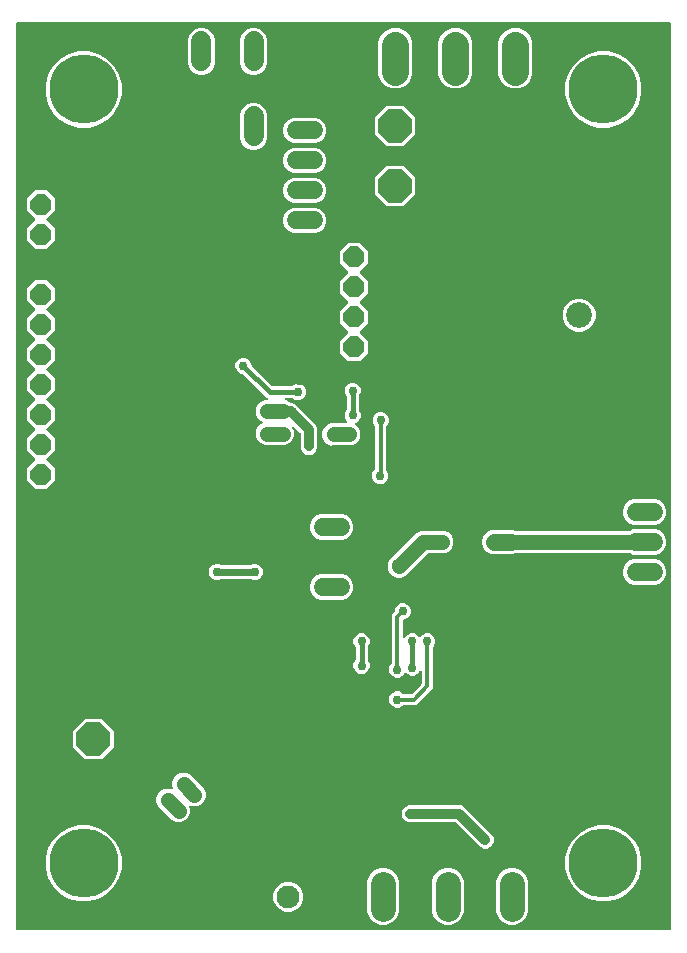
<source format=gbr>
G04 EAGLE Gerber X2 export*
%TF.Part,Single*%
%TF.FileFunction,Copper,L2,Bot,Mixed*%
%TF.FilePolarity,Positive*%
%TF.GenerationSoftware,Autodesk,EAGLE,8.6.3*%
%TF.CreationDate,2019-07-12T15:56:27Z*%
G75*
%MOMM*%
%FSLAX34Y34*%
%LPD*%
%AMOC8*
5,1,8,0,0,1.08239X$1,22.5*%
G01*
%ADD10P,3.030692X8X22.500000*%
%ADD11C,2.247900*%
%ADD12C,2.184400*%
%ADD13P,2.364373X8X292.500000*%
%ADD14P,2.089446X8X112.500000*%
%ADD15C,1.930400*%
%ADD16C,1.308000*%
%ADD17C,1.422400*%
%ADD18C,1.524000*%
%ADD19C,2.095500*%
%ADD20C,1.676400*%
%ADD21P,1.924489X8X202.500000*%
%ADD22C,5.842000*%
%ADD23C,0.756400*%
%ADD24C,0.406400*%
%ADD25C,0.609600*%
%ADD26C,1.270000*%
%ADD27C,1.300000*%
%ADD28C,0.304800*%
%ADD29C,0.812800*%

G36*
X555994Y3057D02*
X555994Y3057D01*
X556052Y3055D01*
X556134Y3077D01*
X556218Y3089D01*
X556271Y3112D01*
X556327Y3127D01*
X556400Y3170D01*
X556477Y3205D01*
X556522Y3243D01*
X556572Y3272D01*
X556630Y3334D01*
X556694Y3388D01*
X556726Y3437D01*
X556766Y3480D01*
X556805Y3555D01*
X556852Y3625D01*
X556869Y3681D01*
X556896Y3733D01*
X556907Y3801D01*
X556937Y3896D01*
X556940Y3996D01*
X556951Y4064D01*
X556951Y770936D01*
X556943Y770994D01*
X556945Y771052D01*
X556923Y771134D01*
X556911Y771218D01*
X556888Y771271D01*
X556873Y771327D01*
X556830Y771400D01*
X556795Y771477D01*
X556757Y771522D01*
X556728Y771572D01*
X556666Y771630D01*
X556612Y771694D01*
X556563Y771726D01*
X556520Y771766D01*
X556445Y771805D01*
X556375Y771852D01*
X556319Y771869D01*
X556267Y771896D01*
X556199Y771907D01*
X556104Y771937D01*
X556004Y771940D01*
X555936Y771951D01*
X4064Y771951D01*
X4006Y771943D01*
X3948Y771945D01*
X3866Y771923D01*
X3782Y771911D01*
X3729Y771888D01*
X3673Y771873D01*
X3600Y771830D01*
X3523Y771795D01*
X3478Y771757D01*
X3428Y771728D01*
X3370Y771666D01*
X3306Y771612D01*
X3274Y771563D01*
X3234Y771520D01*
X3195Y771445D01*
X3148Y771375D01*
X3131Y771319D01*
X3104Y771267D01*
X3093Y771199D01*
X3063Y771104D01*
X3060Y771004D01*
X3049Y770936D01*
X3049Y4064D01*
X3057Y4006D01*
X3055Y3948D01*
X3077Y3866D01*
X3089Y3782D01*
X3112Y3729D01*
X3127Y3673D01*
X3170Y3600D01*
X3205Y3523D01*
X3243Y3478D01*
X3272Y3428D01*
X3334Y3370D01*
X3388Y3306D01*
X3437Y3274D01*
X3480Y3234D01*
X3555Y3195D01*
X3625Y3148D01*
X3681Y3131D01*
X3733Y3104D01*
X3801Y3093D01*
X3896Y3063D01*
X3996Y3060D01*
X4064Y3049D01*
X555936Y3049D01*
X555994Y3057D01*
G37*
%LPC*%
G36*
X18867Y376999D02*
X18867Y376999D01*
X11874Y383992D01*
X11874Y393883D01*
X18911Y400920D01*
X18946Y400966D01*
X18988Y401007D01*
X19031Y401079D01*
X19082Y401147D01*
X19102Y401201D01*
X19132Y401252D01*
X19153Y401334D01*
X19183Y401412D01*
X19188Y401471D01*
X19202Y401527D01*
X19199Y401612D01*
X19206Y401696D01*
X19195Y401753D01*
X19193Y401812D01*
X19167Y401892D01*
X19151Y401974D01*
X19124Y402026D01*
X19106Y402082D01*
X19065Y402138D01*
X19020Y402227D01*
X18951Y402299D01*
X18911Y402355D01*
X11874Y409392D01*
X11874Y419283D01*
X18911Y426320D01*
X18946Y426366D01*
X18988Y426407D01*
X19031Y426479D01*
X19082Y426547D01*
X19102Y426601D01*
X19132Y426652D01*
X19153Y426734D01*
X19183Y426812D01*
X19188Y426871D01*
X19202Y426927D01*
X19199Y427012D01*
X19206Y427096D01*
X19195Y427153D01*
X19193Y427212D01*
X19167Y427292D01*
X19151Y427374D01*
X19124Y427426D01*
X19106Y427482D01*
X19065Y427538D01*
X19020Y427627D01*
X18951Y427699D01*
X18911Y427755D01*
X11874Y434792D01*
X11874Y444683D01*
X18911Y451720D01*
X18946Y451766D01*
X18988Y451807D01*
X19031Y451879D01*
X19082Y451947D01*
X19102Y452001D01*
X19132Y452052D01*
X19153Y452134D01*
X19183Y452212D01*
X19188Y452271D01*
X19202Y452327D01*
X19199Y452412D01*
X19206Y452496D01*
X19195Y452553D01*
X19193Y452612D01*
X19167Y452692D01*
X19151Y452774D01*
X19124Y452826D01*
X19106Y452882D01*
X19065Y452938D01*
X19020Y453027D01*
X18951Y453099D01*
X18911Y453155D01*
X11874Y460192D01*
X11874Y470083D01*
X18911Y477120D01*
X18946Y477166D01*
X18988Y477207D01*
X19031Y477279D01*
X19082Y477347D01*
X19102Y477401D01*
X19132Y477452D01*
X19153Y477534D01*
X19183Y477612D01*
X19188Y477671D01*
X19202Y477727D01*
X19199Y477812D01*
X19206Y477896D01*
X19195Y477953D01*
X19193Y478012D01*
X19167Y478092D01*
X19151Y478174D01*
X19124Y478226D01*
X19106Y478282D01*
X19065Y478338D01*
X19020Y478427D01*
X18951Y478499D01*
X18911Y478555D01*
X11874Y485592D01*
X11874Y495483D01*
X18911Y502520D01*
X18946Y502566D01*
X18988Y502607D01*
X19031Y502679D01*
X19082Y502747D01*
X19102Y502801D01*
X19132Y502852D01*
X19153Y502934D01*
X19183Y503012D01*
X19188Y503071D01*
X19202Y503127D01*
X19199Y503212D01*
X19206Y503296D01*
X19195Y503353D01*
X19193Y503412D01*
X19167Y503492D01*
X19151Y503574D01*
X19124Y503626D01*
X19106Y503682D01*
X19065Y503738D01*
X19020Y503827D01*
X18951Y503899D01*
X18911Y503955D01*
X11874Y510992D01*
X11874Y520883D01*
X18911Y527920D01*
X18946Y527966D01*
X18988Y528007D01*
X19031Y528079D01*
X19082Y528147D01*
X19102Y528201D01*
X19132Y528252D01*
X19153Y528334D01*
X19183Y528412D01*
X19188Y528471D01*
X19202Y528527D01*
X19199Y528612D01*
X19206Y528696D01*
X19195Y528753D01*
X19193Y528812D01*
X19167Y528892D01*
X19151Y528974D01*
X19124Y529026D01*
X19106Y529082D01*
X19065Y529138D01*
X19020Y529227D01*
X18951Y529299D01*
X18911Y529355D01*
X11874Y536392D01*
X11874Y546283D01*
X18867Y553276D01*
X28758Y553276D01*
X35751Y546283D01*
X35751Y536392D01*
X28714Y529355D01*
X28679Y529309D01*
X28637Y529268D01*
X28594Y529195D01*
X28543Y529128D01*
X28523Y529074D01*
X28493Y529023D01*
X28472Y528941D01*
X28442Y528863D01*
X28437Y528804D01*
X28423Y528748D01*
X28426Y528663D01*
X28419Y528579D01*
X28430Y528522D01*
X28432Y528463D01*
X28458Y528383D01*
X28474Y528300D01*
X28501Y528249D01*
X28519Y528193D01*
X28560Y528137D01*
X28605Y528048D01*
X28674Y527976D01*
X28714Y527920D01*
X35751Y520883D01*
X35751Y510992D01*
X28714Y503955D01*
X28679Y503909D01*
X28637Y503868D01*
X28594Y503795D01*
X28543Y503728D01*
X28523Y503674D01*
X28493Y503623D01*
X28472Y503541D01*
X28442Y503463D01*
X28437Y503404D01*
X28423Y503348D01*
X28426Y503263D01*
X28419Y503179D01*
X28430Y503122D01*
X28432Y503063D01*
X28458Y502983D01*
X28474Y502900D01*
X28501Y502849D01*
X28519Y502793D01*
X28560Y502737D01*
X28605Y502648D01*
X28674Y502576D01*
X28714Y502520D01*
X35751Y495483D01*
X35751Y485592D01*
X28714Y478555D01*
X28679Y478509D01*
X28637Y478468D01*
X28594Y478395D01*
X28543Y478328D01*
X28523Y478274D01*
X28493Y478223D01*
X28472Y478141D01*
X28442Y478063D01*
X28437Y478004D01*
X28423Y477948D01*
X28426Y477863D01*
X28419Y477779D01*
X28430Y477722D01*
X28432Y477663D01*
X28458Y477583D01*
X28474Y477500D01*
X28501Y477449D01*
X28519Y477393D01*
X28560Y477337D01*
X28605Y477248D01*
X28674Y477176D01*
X28714Y477120D01*
X35751Y470083D01*
X35751Y460192D01*
X28714Y453155D01*
X28679Y453109D01*
X28637Y453068D01*
X28594Y452995D01*
X28543Y452928D01*
X28523Y452874D01*
X28493Y452823D01*
X28472Y452741D01*
X28442Y452663D01*
X28437Y452604D01*
X28423Y452548D01*
X28426Y452463D01*
X28419Y452379D01*
X28430Y452322D01*
X28432Y452263D01*
X28458Y452183D01*
X28474Y452100D01*
X28501Y452049D01*
X28519Y451993D01*
X28560Y451937D01*
X28605Y451848D01*
X28674Y451776D01*
X28714Y451720D01*
X35751Y444683D01*
X35751Y434792D01*
X28714Y427755D01*
X28679Y427709D01*
X28637Y427668D01*
X28594Y427595D01*
X28543Y427528D01*
X28523Y427474D01*
X28493Y427423D01*
X28472Y427341D01*
X28442Y427263D01*
X28437Y427204D01*
X28423Y427148D01*
X28426Y427063D01*
X28419Y426979D01*
X28430Y426922D01*
X28432Y426863D01*
X28458Y426783D01*
X28474Y426700D01*
X28501Y426649D01*
X28519Y426593D01*
X28560Y426537D01*
X28605Y426448D01*
X28674Y426376D01*
X28714Y426320D01*
X35751Y419283D01*
X35751Y409392D01*
X28714Y402355D01*
X28679Y402309D01*
X28637Y402268D01*
X28594Y402195D01*
X28543Y402128D01*
X28523Y402074D01*
X28493Y402023D01*
X28472Y401941D01*
X28442Y401863D01*
X28437Y401804D01*
X28423Y401748D01*
X28426Y401663D01*
X28419Y401579D01*
X28430Y401522D01*
X28432Y401463D01*
X28458Y401383D01*
X28474Y401300D01*
X28501Y401249D01*
X28519Y401193D01*
X28560Y401137D01*
X28605Y401048D01*
X28674Y400976D01*
X28714Y400920D01*
X35751Y393883D01*
X35751Y383992D01*
X28758Y376999D01*
X18867Y376999D01*
G37*
%LPD*%
%LPC*%
G36*
X55753Y27741D02*
X55753Y27741D01*
X47549Y29940D01*
X40193Y34187D01*
X34187Y40193D01*
X29940Y47549D01*
X27741Y55753D01*
X27741Y64247D01*
X29940Y72451D01*
X34187Y79807D01*
X40193Y85813D01*
X47549Y90060D01*
X55753Y92259D01*
X64247Y92259D01*
X72451Y90060D01*
X79807Y85813D01*
X85813Y79807D01*
X90060Y72451D01*
X92259Y64247D01*
X92259Y55753D01*
X90060Y47549D01*
X85813Y40193D01*
X79807Y34187D01*
X72451Y29940D01*
X64247Y27741D01*
X55753Y27741D01*
G37*
%LPD*%
%LPC*%
G36*
X495753Y27741D02*
X495753Y27741D01*
X487549Y29940D01*
X480193Y34187D01*
X474187Y40193D01*
X469940Y47549D01*
X467741Y55753D01*
X467741Y64247D01*
X469940Y72451D01*
X474187Y79807D01*
X480193Y85813D01*
X487549Y90060D01*
X495753Y92259D01*
X504247Y92259D01*
X512451Y90060D01*
X519807Y85813D01*
X525813Y79807D01*
X530060Y72451D01*
X532259Y64247D01*
X532259Y55753D01*
X530060Y47549D01*
X525813Y40193D01*
X519807Y34187D01*
X512451Y29940D01*
X504247Y27741D01*
X495753Y27741D01*
G37*
%LPD*%
%LPC*%
G36*
X495753Y682741D02*
X495753Y682741D01*
X487549Y684940D01*
X480193Y689187D01*
X474187Y695193D01*
X469940Y702549D01*
X467741Y710753D01*
X467741Y719247D01*
X469940Y727451D01*
X474187Y734807D01*
X480193Y740813D01*
X487549Y745060D01*
X495753Y747259D01*
X504247Y747259D01*
X512451Y745060D01*
X519807Y740813D01*
X525813Y734807D01*
X530060Y727451D01*
X532259Y719247D01*
X532259Y710753D01*
X530060Y702549D01*
X525813Y695193D01*
X519807Y689187D01*
X512451Y684940D01*
X504247Y682741D01*
X495753Y682741D01*
G37*
%LPD*%
%LPC*%
G36*
X55753Y682741D02*
X55753Y682741D01*
X47549Y684940D01*
X40193Y689187D01*
X34187Y695193D01*
X29940Y702549D01*
X27741Y710753D01*
X27741Y719247D01*
X29940Y727451D01*
X34187Y734807D01*
X40193Y740813D01*
X47549Y745060D01*
X55753Y747259D01*
X64247Y747259D01*
X72451Y745060D01*
X79807Y740813D01*
X85813Y734807D01*
X90060Y727451D01*
X92259Y719247D01*
X92259Y710753D01*
X90060Y702549D01*
X85813Y695193D01*
X79807Y689187D01*
X72451Y684940D01*
X64247Y682741D01*
X55753Y682741D01*
G37*
%LPD*%
%LPC*%
G36*
X525245Y321119D02*
X525245Y321119D01*
X522366Y322311D01*
X522336Y322319D01*
X522308Y322333D01*
X522231Y322346D01*
X522091Y322382D01*
X522026Y322381D01*
X521977Y322389D01*
X425512Y322389D01*
X425482Y322384D01*
X425451Y322387D01*
X425374Y322369D01*
X425231Y322349D01*
X425172Y322323D01*
X425124Y322311D01*
X423471Y321627D01*
X405204Y321627D01*
X401470Y323174D01*
X398612Y326032D01*
X397065Y329766D01*
X397065Y333809D01*
X398612Y337543D01*
X401470Y340401D01*
X405204Y341948D01*
X423471Y341948D01*
X425124Y341264D01*
X425154Y341256D01*
X425181Y341242D01*
X425259Y341229D01*
X425399Y341193D01*
X425463Y341194D01*
X425512Y341186D01*
X521977Y341186D01*
X522008Y341191D01*
X522039Y341188D01*
X522115Y341206D01*
X522259Y341226D01*
X522318Y341252D01*
X522366Y341264D01*
X525245Y342456D01*
X544730Y342456D01*
X548651Y340832D01*
X551652Y337831D01*
X553276Y333910D01*
X553276Y329665D01*
X551652Y325744D01*
X548651Y322743D01*
X544730Y321119D01*
X525245Y321119D01*
G37*
%LPD*%
%LPC*%
G36*
X249410Y405637D02*
X249410Y405637D01*
X246796Y406720D01*
X244795Y408721D01*
X243712Y411335D01*
X243712Y423671D01*
X243700Y423757D01*
X243697Y423845D01*
X243680Y423897D01*
X243672Y423952D01*
X243637Y424032D01*
X243610Y424115D01*
X243582Y424155D01*
X243556Y424212D01*
X243460Y424325D01*
X243415Y424389D01*
X238445Y429358D01*
X238377Y429410D01*
X238314Y429469D01*
X238263Y429495D01*
X238218Y429529D01*
X238138Y429560D01*
X238061Y429599D01*
X238006Y429610D01*
X237952Y429631D01*
X237867Y429638D01*
X237782Y429654D01*
X237726Y429649D01*
X237669Y429654D01*
X237585Y429637D01*
X237499Y429630D01*
X237446Y429609D01*
X237390Y429598D01*
X237314Y429559D01*
X237234Y429528D01*
X237188Y429493D01*
X237138Y429467D01*
X237076Y429408D01*
X237007Y429356D01*
X236973Y429311D01*
X236932Y429271D01*
X236888Y429197D01*
X236837Y429128D01*
X236817Y429075D01*
X236788Y429026D01*
X236767Y428943D01*
X236737Y428862D01*
X236732Y428806D01*
X236718Y428751D01*
X236721Y428665D01*
X236714Y428579D01*
X236725Y428531D01*
X236727Y428466D01*
X236772Y428329D01*
X236789Y428252D01*
X237982Y425373D01*
X237982Y421558D01*
X236522Y418034D01*
X233825Y415337D01*
X230300Y413877D01*
X213406Y413877D01*
X209881Y415337D01*
X207184Y418034D01*
X205724Y421558D01*
X205724Y425373D01*
X207184Y428897D01*
X209881Y431595D01*
X210987Y432053D01*
X211013Y432068D01*
X211041Y432076D01*
X211135Y432140D01*
X211232Y432197D01*
X211252Y432218D01*
X211277Y432235D01*
X211350Y432322D01*
X211427Y432404D01*
X211441Y432430D01*
X211460Y432452D01*
X211506Y432556D01*
X211558Y432657D01*
X211563Y432685D01*
X211575Y432712D01*
X211591Y432824D01*
X211613Y432935D01*
X211610Y432965D01*
X211614Y432994D01*
X211598Y433106D01*
X211588Y433219D01*
X211578Y433246D01*
X211574Y433275D01*
X211527Y433378D01*
X211486Y433484D01*
X211469Y433508D01*
X211456Y433534D01*
X211383Y433620D01*
X211315Y433711D01*
X211291Y433728D01*
X211272Y433751D01*
X211206Y433792D01*
X211087Y433881D01*
X211028Y433903D01*
X210987Y433929D01*
X209882Y434387D01*
X207184Y437084D01*
X205724Y440608D01*
X205724Y444423D01*
X207184Y447947D01*
X209881Y450645D01*
X213406Y452104D01*
X215241Y452104D01*
X215327Y452116D01*
X215412Y452119D01*
X215467Y452136D01*
X215523Y452144D01*
X215601Y452179D01*
X215683Y452205D01*
X215731Y452237D01*
X215782Y452260D01*
X215848Y452316D01*
X215919Y452364D01*
X215956Y452407D01*
X215999Y452444D01*
X216047Y452516D01*
X216102Y452581D01*
X216125Y452633D01*
X216157Y452681D01*
X216183Y452763D01*
X216218Y452841D01*
X216226Y452897D01*
X216243Y452952D01*
X216245Y453038D01*
X216257Y453123D01*
X216249Y453179D01*
X216250Y453236D01*
X216228Y453319D01*
X216216Y453404D01*
X216193Y453456D01*
X216178Y453511D01*
X216134Y453585D01*
X216099Y453663D01*
X216062Y453706D01*
X216033Y453755D01*
X215970Y453814D01*
X215915Y453880D01*
X215873Y453906D01*
X215826Y453950D01*
X215697Y454016D01*
X215630Y454058D01*
X214609Y454480D01*
X195205Y473884D01*
X195136Y473937D01*
X195072Y473997D01*
X195022Y474022D01*
X194978Y474055D01*
X194896Y474086D01*
X194819Y474126D01*
X194771Y474134D01*
X194712Y474157D01*
X194565Y474169D01*
X194487Y474182D01*
X193904Y474182D01*
X191393Y475222D01*
X189472Y477143D01*
X188432Y479654D01*
X188432Y482371D01*
X189472Y484882D01*
X191393Y486803D01*
X193904Y487843D01*
X196621Y487843D01*
X199132Y486803D01*
X201053Y484882D01*
X202093Y482371D01*
X202093Y481788D01*
X202105Y481701D01*
X202108Y481614D01*
X202125Y481561D01*
X202133Y481506D01*
X202169Y481426D01*
X202196Y481343D01*
X202224Y481304D01*
X202249Y481247D01*
X202345Y481133D01*
X202391Y481070D01*
X219295Y464166D01*
X219364Y464113D01*
X219428Y464053D01*
X219478Y464028D01*
X219522Y463995D01*
X219604Y463964D01*
X219681Y463924D01*
X219729Y463916D01*
X219788Y463893D01*
X219935Y463881D01*
X220013Y463868D01*
X236300Y463868D01*
X236387Y463880D01*
X236474Y463883D01*
X236527Y463900D01*
X236582Y463908D01*
X236661Y463944D01*
X236745Y463971D01*
X236784Y463999D01*
X236841Y464024D01*
X236954Y464120D01*
X237018Y464166D01*
X237431Y464578D01*
X239941Y465618D01*
X242659Y465618D01*
X245169Y464578D01*
X247091Y462657D01*
X248131Y460146D01*
X248131Y457429D01*
X247091Y454918D01*
X245169Y452997D01*
X242659Y451957D01*
X239941Y451957D01*
X237431Y452997D01*
X237018Y453409D01*
X236948Y453462D01*
X236884Y453522D01*
X236835Y453547D01*
X236791Y453580D01*
X236709Y453611D01*
X236631Y453651D01*
X236584Y453659D01*
X236525Y453682D01*
X236377Y453694D01*
X236300Y453707D01*
X231536Y453707D01*
X231451Y453695D01*
X231365Y453692D01*
X231311Y453675D01*
X231254Y453667D01*
X231176Y453632D01*
X231094Y453606D01*
X231047Y453574D01*
X230995Y453551D01*
X230929Y453495D01*
X230858Y453447D01*
X230821Y453404D01*
X230778Y453367D01*
X230730Y453295D01*
X230675Y453230D01*
X230652Y453178D01*
X230620Y453130D01*
X230594Y453048D01*
X230560Y452970D01*
X230552Y452914D01*
X230535Y452859D01*
X230532Y452773D01*
X230521Y452688D01*
X230529Y452632D01*
X230527Y452575D01*
X230549Y452492D01*
X230561Y452407D01*
X230585Y452355D01*
X230599Y452300D01*
X230643Y452226D01*
X230678Y452148D01*
X230715Y452105D01*
X230744Y452056D01*
X230807Y451997D01*
X230863Y451932D01*
X230905Y451905D01*
X230952Y451861D01*
X231081Y451795D01*
X231147Y451754D01*
X233825Y450645D01*
X234544Y449926D01*
X234613Y449873D01*
X234677Y449813D01*
X234727Y449788D01*
X234771Y449755D01*
X234852Y449724D01*
X234930Y449684D01*
X234978Y449676D01*
X235036Y449654D01*
X235184Y449641D01*
X235261Y449628D01*
X236762Y449628D01*
X239376Y448545D01*
X256855Y431067D01*
X257938Y428452D01*
X257938Y411335D01*
X256855Y408721D01*
X254854Y406720D01*
X252240Y405637D01*
X249410Y405637D01*
G37*
%LPD*%
%LPC*%
G36*
X324079Y191607D02*
X324079Y191607D01*
X321568Y192647D01*
X319647Y194568D01*
X318607Y197079D01*
X318607Y199796D01*
X319647Y202307D01*
X321568Y204228D01*
X324079Y205268D01*
X326796Y205268D01*
X329307Y204228D01*
X330228Y203308D01*
X330297Y203255D01*
X330361Y203195D01*
X330411Y203170D01*
X330455Y203137D01*
X330536Y203106D01*
X330614Y203066D01*
X330662Y203058D01*
X330720Y203035D01*
X330868Y203023D01*
X330945Y203010D01*
X337410Y203010D01*
X337497Y203022D01*
X337584Y203025D01*
X337637Y203042D01*
X337692Y203050D01*
X337772Y203086D01*
X337855Y203113D01*
X337894Y203141D01*
X337951Y203166D01*
X338065Y203262D01*
X338128Y203308D01*
X345967Y211147D01*
X346020Y211217D01*
X346080Y211280D01*
X346105Y211330D01*
X346138Y211374D01*
X346169Y211456D01*
X346209Y211534D01*
X346217Y211581D01*
X346240Y211640D01*
X346252Y211787D01*
X346265Y211865D01*
X346265Y222092D01*
X346253Y222178D01*
X346250Y222263D01*
X346233Y222318D01*
X346225Y222374D01*
X346190Y222452D01*
X346164Y222534D01*
X346132Y222581D01*
X346109Y222633D01*
X346053Y222699D01*
X346005Y222770D01*
X345962Y222807D01*
X345925Y222850D01*
X345854Y222898D01*
X345788Y222953D01*
X345736Y222976D01*
X345688Y223008D01*
X345606Y223034D01*
X345528Y223069D01*
X345472Y223077D01*
X345417Y223094D01*
X345331Y223096D01*
X345246Y223108D01*
X345190Y223100D01*
X345133Y223101D01*
X345050Y223079D01*
X344965Y223067D01*
X344913Y223044D01*
X344858Y223029D01*
X344784Y222985D01*
X344706Y222950D01*
X344663Y222913D01*
X344614Y222884D01*
X344555Y222821D01*
X344490Y222766D01*
X344463Y222724D01*
X344419Y222677D01*
X344353Y222547D01*
X344312Y222481D01*
X343928Y221556D01*
X342007Y219634D01*
X339496Y218594D01*
X336779Y218594D01*
X334268Y219634D01*
X333095Y220807D01*
X333003Y220876D01*
X332916Y220950D01*
X332890Y220961D01*
X332868Y220978D01*
X332761Y221019D01*
X332656Y221066D01*
X332628Y221069D01*
X332602Y221079D01*
X332488Y221089D01*
X332374Y221105D01*
X332347Y221101D01*
X332319Y221103D01*
X332207Y221080D01*
X332093Y221064D01*
X332068Y221052D01*
X332040Y221047D01*
X331938Y220994D01*
X331834Y220947D01*
X331813Y220929D01*
X331788Y220916D01*
X331705Y220837D01*
X331617Y220762D01*
X331604Y220741D01*
X331582Y220720D01*
X331447Y220490D01*
X331439Y220478D01*
X331228Y219968D01*
X329307Y218047D01*
X326796Y217007D01*
X324079Y217007D01*
X321568Y218047D01*
X319647Y219968D01*
X318607Y222479D01*
X318607Y225196D01*
X319647Y227707D01*
X320567Y228628D01*
X320620Y228697D01*
X320680Y228761D01*
X320705Y228811D01*
X320738Y228855D01*
X320769Y228936D01*
X320809Y229014D01*
X320817Y229062D01*
X320840Y229120D01*
X320852Y229268D01*
X320865Y229345D01*
X320865Y270182D01*
X323072Y272389D01*
X323089Y272412D01*
X323111Y272430D01*
X323143Y272478D01*
X323184Y272522D01*
X323210Y272572D01*
X323243Y272616D01*
X323254Y272645D01*
X323268Y272666D01*
X323285Y272719D01*
X323314Y272776D01*
X323322Y272823D01*
X323344Y272882D01*
X323347Y272915D01*
X323354Y272937D01*
X323356Y273028D01*
X323356Y273029D01*
X323369Y273107D01*
X323369Y274409D01*
X324409Y276919D01*
X326331Y278841D01*
X328841Y279881D01*
X331559Y279881D01*
X334069Y278841D01*
X335991Y276919D01*
X337031Y274409D01*
X337031Y271691D01*
X335991Y269181D01*
X334069Y267259D01*
X331559Y266219D01*
X331025Y266219D01*
X330968Y266211D01*
X330909Y266213D01*
X330828Y266191D01*
X330744Y266179D01*
X330691Y266156D01*
X330634Y266141D01*
X330562Y266098D01*
X330485Y266063D01*
X330440Y266025D01*
X330390Y265996D01*
X330332Y265934D01*
X330268Y265880D01*
X330235Y265831D01*
X330195Y265788D01*
X330157Y265713D01*
X330110Y265643D01*
X330092Y265587D01*
X330066Y265535D01*
X330054Y265467D01*
X330024Y265372D01*
X330022Y265272D01*
X330010Y265204D01*
X330010Y250983D01*
X330022Y250897D01*
X330025Y250812D01*
X330042Y250757D01*
X330050Y250701D01*
X330085Y250623D01*
X330111Y250541D01*
X330143Y250494D01*
X330166Y250442D01*
X330222Y250376D01*
X330270Y250305D01*
X330313Y250268D01*
X330350Y250225D01*
X330421Y250177D01*
X330487Y250122D01*
X330539Y250099D01*
X330587Y250067D01*
X330669Y250041D01*
X330747Y250006D01*
X330803Y249998D01*
X330858Y249981D01*
X330944Y249979D01*
X331029Y249967D01*
X331085Y249975D01*
X331142Y249974D01*
X331225Y249996D01*
X331310Y250008D01*
X331362Y250031D01*
X331417Y250046D01*
X331491Y250090D01*
X331569Y250125D01*
X331612Y250162D01*
X331661Y250191D01*
X331720Y250254D01*
X331785Y250309D01*
X331812Y250351D01*
X331856Y250398D01*
X331922Y250528D01*
X331963Y250594D01*
X332347Y251519D01*
X334268Y253441D01*
X336779Y254481D01*
X339496Y254481D01*
X342007Y253441D01*
X343770Y251678D01*
X343816Y251643D01*
X343857Y251600D01*
X343929Y251558D01*
X343997Y251507D01*
X344051Y251486D01*
X344102Y251457D01*
X344183Y251436D01*
X344262Y251406D01*
X344321Y251401D01*
X344377Y251387D01*
X344462Y251389D01*
X344546Y251382D01*
X344603Y251394D01*
X344662Y251396D01*
X344742Y251422D01*
X344824Y251438D01*
X344876Y251465D01*
X344932Y251483D01*
X344988Y251523D01*
X345077Y251569D01*
X345149Y251638D01*
X345205Y251678D01*
X346968Y253441D01*
X349479Y254481D01*
X352196Y254481D01*
X354707Y253441D01*
X356628Y251519D01*
X357668Y249009D01*
X357668Y246291D01*
X356628Y243781D01*
X355708Y242860D01*
X355655Y242790D01*
X355595Y242726D01*
X355570Y242677D01*
X355537Y242633D01*
X355506Y242551D01*
X355466Y242473D01*
X355458Y242426D01*
X355435Y242367D01*
X355423Y242219D01*
X355410Y242142D01*
X355410Y207656D01*
X341619Y193865D01*
X330945Y193865D01*
X330859Y193853D01*
X330771Y193850D01*
X330719Y193833D01*
X330664Y193825D01*
X330584Y193789D01*
X330501Y193762D01*
X330462Y193734D01*
X330405Y193709D01*
X330291Y193613D01*
X330228Y193567D01*
X329307Y192647D01*
X326796Y191607D01*
X324079Y191607D01*
G37*
%LPD*%
%LPC*%
G36*
X283980Y484949D02*
X283980Y484949D01*
X276986Y491942D01*
X276986Y501833D01*
X284023Y508870D01*
X284058Y508916D01*
X284101Y508957D01*
X284143Y509029D01*
X284194Y509097D01*
X284215Y509151D01*
X284244Y509202D01*
X284265Y509284D01*
X284295Y509362D01*
X284300Y509421D01*
X284315Y509477D01*
X284312Y509562D01*
X284319Y509646D01*
X284307Y509703D01*
X284306Y509762D01*
X284280Y509842D01*
X284263Y509924D01*
X284236Y509976D01*
X284218Y510032D01*
X284178Y510088D01*
X284132Y510177D01*
X284063Y510249D01*
X284023Y510305D01*
X276986Y517342D01*
X276986Y527233D01*
X284023Y534270D01*
X284058Y534316D01*
X284101Y534357D01*
X284143Y534429D01*
X284194Y534497D01*
X284215Y534551D01*
X284244Y534602D01*
X284265Y534684D01*
X284295Y534762D01*
X284300Y534821D01*
X284315Y534877D01*
X284312Y534962D01*
X284319Y535046D01*
X284307Y535103D01*
X284306Y535162D01*
X284280Y535242D01*
X284263Y535324D01*
X284236Y535376D01*
X284218Y535432D01*
X284178Y535488D01*
X284132Y535577D01*
X284063Y535649D01*
X284045Y535675D01*
X284045Y535676D01*
X284044Y535676D01*
X284023Y535705D01*
X276986Y542742D01*
X276986Y552633D01*
X284023Y559670D01*
X284058Y559716D01*
X284101Y559757D01*
X284143Y559829D01*
X284194Y559897D01*
X284215Y559951D01*
X284244Y560002D01*
X284265Y560084D01*
X284295Y560162D01*
X284300Y560221D01*
X284315Y560277D01*
X284312Y560362D01*
X284319Y560446D01*
X284307Y560503D01*
X284306Y560562D01*
X284280Y560642D01*
X284263Y560724D01*
X284236Y560776D01*
X284218Y560832D01*
X284178Y560888D01*
X284132Y560977D01*
X284076Y561036D01*
X284063Y561057D01*
X284047Y561072D01*
X284023Y561105D01*
X276986Y568142D01*
X276986Y578033D01*
X283980Y585026D01*
X293870Y585026D01*
X300864Y578033D01*
X300864Y568142D01*
X293827Y561105D01*
X293792Y561059D01*
X293749Y561018D01*
X293707Y560945D01*
X293656Y560878D01*
X293635Y560824D01*
X293606Y560773D01*
X293585Y560691D01*
X293555Y560613D01*
X293550Y560554D01*
X293535Y560498D01*
X293538Y560413D01*
X293531Y560329D01*
X293543Y560272D01*
X293544Y560213D01*
X293570Y560133D01*
X293587Y560050D01*
X293614Y559999D01*
X293632Y559943D01*
X293672Y559887D01*
X293718Y559798D01*
X293787Y559726D01*
X293827Y559670D01*
X300864Y552633D01*
X300864Y542742D01*
X293827Y535705D01*
X293792Y535659D01*
X293749Y535618D01*
X293707Y535545D01*
X293656Y535478D01*
X293635Y535424D01*
X293606Y535373D01*
X293585Y535291D01*
X293555Y535213D01*
X293550Y535154D01*
X293535Y535098D01*
X293538Y535013D01*
X293531Y534929D01*
X293543Y534872D01*
X293544Y534813D01*
X293570Y534733D01*
X293587Y534650D01*
X293614Y534599D01*
X293632Y534543D01*
X293672Y534487D01*
X293718Y534398D01*
X293787Y534326D01*
X293827Y534270D01*
X300864Y527233D01*
X300864Y517342D01*
X293827Y510305D01*
X293792Y510259D01*
X293749Y510218D01*
X293707Y510145D01*
X293656Y510078D01*
X293635Y510024D01*
X293606Y509973D01*
X293585Y509891D01*
X293555Y509813D01*
X293550Y509754D01*
X293535Y509698D01*
X293538Y509613D01*
X293531Y509529D01*
X293543Y509472D01*
X293544Y509413D01*
X293570Y509333D01*
X293587Y509250D01*
X293614Y509199D01*
X293632Y509143D01*
X293672Y509087D01*
X293718Y508998D01*
X293787Y508926D01*
X293827Y508870D01*
X300864Y501833D01*
X300864Y491942D01*
X293870Y484949D01*
X283980Y484949D01*
G37*
%LPD*%
%LPC*%
G36*
X422608Y715835D02*
X422608Y715835D01*
X417356Y718010D01*
X413337Y722029D01*
X411162Y727281D01*
X411162Y755444D01*
X413337Y760696D01*
X417356Y764715D01*
X422608Y766890D01*
X428292Y766890D01*
X433544Y764715D01*
X437563Y760696D01*
X439738Y755444D01*
X439738Y727281D01*
X437563Y722029D01*
X433544Y718010D01*
X428292Y715835D01*
X422608Y715835D01*
G37*
%LPD*%
%LPC*%
G36*
X371808Y715835D02*
X371808Y715835D01*
X366556Y718010D01*
X362537Y722029D01*
X360362Y727281D01*
X360362Y755444D01*
X362537Y760696D01*
X366556Y764715D01*
X371808Y766890D01*
X377492Y766890D01*
X382744Y764715D01*
X386763Y760696D01*
X388938Y755444D01*
X388938Y727281D01*
X386763Y722029D01*
X382744Y718010D01*
X377492Y715835D01*
X371808Y715835D01*
G37*
%LPD*%
%LPC*%
G36*
X321008Y715835D02*
X321008Y715835D01*
X315756Y718010D01*
X311737Y722029D01*
X309562Y727281D01*
X309562Y755444D01*
X311737Y760696D01*
X315756Y764715D01*
X321008Y766890D01*
X326692Y766890D01*
X331944Y764715D01*
X335963Y760696D01*
X338138Y755444D01*
X338138Y727281D01*
X335963Y722029D01*
X331944Y718010D01*
X326692Y715835D01*
X321008Y715835D01*
G37*
%LPD*%
%LPC*%
G36*
X398635Y72262D02*
X398635Y72262D01*
X396021Y73345D01*
X375176Y94190D01*
X375106Y94242D01*
X375042Y94302D01*
X374993Y94328D01*
X374949Y94361D01*
X374867Y94392D01*
X374789Y94432D01*
X374742Y94440D01*
X374683Y94462D01*
X374536Y94474D01*
X374458Y94487D01*
X335135Y94487D01*
X332521Y95570D01*
X330520Y97571D01*
X329437Y100185D01*
X329437Y103015D01*
X330520Y105629D01*
X332521Y107630D01*
X335135Y108713D01*
X379240Y108713D01*
X381854Y107630D01*
X406080Y83404D01*
X407163Y80790D01*
X407163Y77960D01*
X406080Y75346D01*
X404079Y73345D01*
X401465Y72262D01*
X398635Y72262D01*
G37*
%LPD*%
%LPC*%
G36*
X420219Y7746D02*
X420219Y7746D01*
X415248Y9806D01*
X411443Y13610D01*
X409384Y18582D01*
X409384Y44918D01*
X411443Y49890D01*
X415248Y53694D01*
X420219Y55754D01*
X425601Y55754D01*
X430572Y53694D01*
X434377Y49890D01*
X436436Y44918D01*
X436436Y18582D01*
X434377Y13610D01*
X430572Y9806D01*
X425601Y7746D01*
X420219Y7746D01*
G37*
%LPD*%
%LPC*%
G36*
X365609Y7746D02*
X365609Y7746D01*
X360638Y9806D01*
X356833Y13610D01*
X354774Y18582D01*
X354774Y44918D01*
X356833Y49890D01*
X360638Y53694D01*
X365609Y55754D01*
X370991Y55754D01*
X375962Y53694D01*
X379767Y49890D01*
X381826Y44918D01*
X381826Y18582D01*
X379767Y13610D01*
X375962Y9806D01*
X370991Y7746D01*
X365609Y7746D01*
G37*
%LPD*%
%LPC*%
G36*
X310999Y7746D02*
X310999Y7746D01*
X306028Y9806D01*
X302223Y13610D01*
X300164Y18582D01*
X300164Y44918D01*
X302223Y49890D01*
X306028Y53694D01*
X310999Y55754D01*
X316381Y55754D01*
X321352Y53694D01*
X325157Y49890D01*
X327216Y44918D01*
X327216Y18582D01*
X325157Y13610D01*
X321352Y9806D01*
X316381Y7746D01*
X310999Y7746D01*
G37*
%LPD*%
%LPC*%
G36*
X325126Y301601D02*
X325126Y301601D01*
X321616Y303055D01*
X318930Y305741D01*
X317476Y309251D01*
X317476Y313049D01*
X318930Y316559D01*
X321616Y319245D01*
X321792Y319318D01*
X321818Y319333D01*
X321848Y319343D01*
X321912Y319388D01*
X322036Y319462D01*
X322081Y319509D01*
X322121Y319538D01*
X342338Y339755D01*
X345793Y341186D01*
X361074Y341186D01*
X361105Y341191D01*
X361135Y341188D01*
X361212Y341206D01*
X361356Y341226D01*
X361414Y341252D01*
X361463Y341264D01*
X361638Y341336D01*
X365437Y341336D01*
X368946Y339882D01*
X371632Y337196D01*
X373086Y333687D01*
X373086Y329888D01*
X371632Y326379D01*
X368946Y323693D01*
X365437Y322239D01*
X361638Y322239D01*
X361463Y322311D01*
X361433Y322319D01*
X361405Y322333D01*
X361328Y322346D01*
X361187Y322382D01*
X361123Y322381D01*
X361074Y322389D01*
X351976Y322389D01*
X351889Y322377D01*
X351802Y322374D01*
X351749Y322357D01*
X351695Y322349D01*
X351615Y322313D01*
X351532Y322286D01*
X351492Y322258D01*
X351435Y322233D01*
X351322Y322137D01*
X351258Y322091D01*
X335413Y306246D01*
X335394Y306221D01*
X335371Y306201D01*
X335329Y306134D01*
X335242Y306019D01*
X335219Y305959D01*
X335193Y305917D01*
X335120Y305741D01*
X332434Y303055D01*
X328924Y301601D01*
X325126Y301601D01*
G37*
%LPD*%
%LPC*%
G36*
X138472Y94554D02*
X138472Y94554D01*
X134947Y96014D01*
X123001Y107960D01*
X121541Y111484D01*
X121541Y115299D01*
X123001Y118823D01*
X125698Y121520D01*
X129223Y122980D01*
X133037Y122980D01*
X134143Y122522D01*
X134172Y122515D01*
X134198Y122501D01*
X134309Y122479D01*
X134419Y122451D01*
X134448Y122452D01*
X134477Y122446D01*
X134590Y122456D01*
X134703Y122459D01*
X134731Y122468D01*
X134760Y122471D01*
X134866Y122511D01*
X134974Y122546D01*
X134998Y122562D01*
X135025Y122573D01*
X135116Y122641D01*
X135210Y122704D01*
X135229Y122727D01*
X135252Y122744D01*
X135320Y122835D01*
X135393Y122922D01*
X135405Y122949D01*
X135422Y122972D01*
X135462Y123078D01*
X135508Y123182D01*
X135512Y123211D01*
X135523Y123238D01*
X135532Y123351D01*
X135547Y123463D01*
X135543Y123492D01*
X135545Y123522D01*
X135528Y123598D01*
X135507Y123745D01*
X135481Y123802D01*
X135470Y123849D01*
X135012Y124955D01*
X135012Y128769D01*
X136472Y132294D01*
X139169Y134991D01*
X142693Y136451D01*
X146508Y136451D01*
X150032Y134991D01*
X161978Y123045D01*
X163438Y119520D01*
X163438Y115706D01*
X161978Y112181D01*
X159281Y109484D01*
X155757Y108024D01*
X151942Y108024D01*
X150836Y108482D01*
X150808Y108490D01*
X150782Y108503D01*
X150671Y108525D01*
X150561Y108553D01*
X150532Y108553D01*
X150503Y108558D01*
X150390Y108548D01*
X150277Y108545D01*
X150249Y108536D01*
X150220Y108534D01*
X150114Y108493D01*
X150006Y108459D01*
X149982Y108442D01*
X149954Y108432D01*
X149864Y108363D01*
X149770Y108300D01*
X149751Y108278D01*
X149728Y108260D01*
X149660Y108169D01*
X149587Y108083D01*
X149575Y108056D01*
X149557Y108032D01*
X149517Y107926D01*
X149471Y107823D01*
X149467Y107794D01*
X149457Y107766D01*
X149448Y107653D01*
X149432Y107541D01*
X149437Y107512D01*
X149434Y107483D01*
X149452Y107406D01*
X149473Y107260D01*
X149499Y107203D01*
X149510Y107156D01*
X149968Y106050D01*
X149968Y102235D01*
X148508Y98711D01*
X145811Y96014D01*
X142286Y94554D01*
X138472Y94554D01*
G37*
%LPD*%
%LPC*%
G36*
X316788Y667164D02*
X316788Y667164D01*
X306801Y677151D01*
X306801Y691274D01*
X316788Y701261D01*
X330912Y701261D01*
X340899Y691274D01*
X340899Y677151D01*
X330912Y667164D01*
X316788Y667164D01*
G37*
%LPD*%
%LPC*%
G36*
X61201Y148051D02*
X61201Y148051D01*
X51214Y158038D01*
X51214Y172162D01*
X61201Y182149D01*
X75324Y182149D01*
X85311Y172162D01*
X85311Y158038D01*
X75324Y148051D01*
X61201Y148051D01*
G37*
%LPD*%
%LPC*%
G36*
X316788Y616364D02*
X316788Y616364D01*
X306801Y626351D01*
X306801Y640474D01*
X316788Y650461D01*
X330912Y650461D01*
X340899Y640474D01*
X340899Y626351D01*
X330912Y616364D01*
X316788Y616364D01*
G37*
%LPD*%
%LPC*%
G36*
X18867Y580199D02*
X18867Y580199D01*
X11874Y587192D01*
X11874Y597083D01*
X18911Y604120D01*
X18946Y604166D01*
X18988Y604207D01*
X19031Y604279D01*
X19082Y604347D01*
X19102Y604401D01*
X19132Y604452D01*
X19153Y604534D01*
X19183Y604612D01*
X19188Y604671D01*
X19202Y604727D01*
X19199Y604812D01*
X19206Y604896D01*
X19195Y604953D01*
X19193Y605012D01*
X19167Y605092D01*
X19151Y605174D01*
X19124Y605226D01*
X19106Y605282D01*
X19065Y605338D01*
X19020Y605427D01*
X18951Y605499D01*
X18911Y605555D01*
X11874Y612592D01*
X11874Y622483D01*
X18867Y629476D01*
X28758Y629476D01*
X35751Y622483D01*
X35751Y612592D01*
X28714Y605555D01*
X28679Y605509D01*
X28637Y605468D01*
X28594Y605395D01*
X28543Y605328D01*
X28523Y605274D01*
X28493Y605223D01*
X28472Y605141D01*
X28442Y605063D01*
X28437Y605004D01*
X28423Y604948D01*
X28426Y604863D01*
X28419Y604779D01*
X28430Y604722D01*
X28432Y604663D01*
X28458Y604583D01*
X28474Y604500D01*
X28501Y604449D01*
X28519Y604393D01*
X28560Y604337D01*
X28605Y604248D01*
X28674Y604176D01*
X28714Y604120D01*
X35751Y597083D01*
X35751Y587192D01*
X28758Y580199D01*
X18867Y580199D01*
G37*
%LPD*%
%LPC*%
G36*
X269762Y413439D02*
X269762Y413439D01*
X266238Y414899D01*
X263540Y417596D01*
X262081Y421121D01*
X262081Y424935D01*
X263540Y428460D01*
X266238Y431157D01*
X269762Y432617D01*
X281950Y432617D01*
X281979Y432621D01*
X282008Y432619D01*
X282119Y432641D01*
X282232Y432657D01*
X282258Y432669D01*
X282287Y432674D01*
X282388Y432727D01*
X282491Y432773D01*
X282513Y432792D01*
X282539Y432805D01*
X282622Y432883D01*
X282708Y432957D01*
X282724Y432981D01*
X282746Y433001D01*
X282803Y433099D01*
X282866Y433193D01*
X282874Y433221D01*
X282889Y433247D01*
X282917Y433356D01*
X282951Y433464D01*
X282952Y433494D01*
X282959Y433522D01*
X282956Y433635D01*
X282959Y433748D01*
X282951Y433777D01*
X282950Y433806D01*
X282915Y433914D01*
X282887Y434024D01*
X282872Y434049D01*
X282863Y434077D01*
X282817Y434141D01*
X282742Y434268D01*
X282696Y434311D01*
X282668Y434350D01*
X281944Y435074D01*
X280904Y437585D01*
X280904Y440302D01*
X281944Y442813D01*
X282356Y443226D01*
X282409Y443296D01*
X282469Y443359D01*
X282494Y443409D01*
X282527Y443453D01*
X282558Y443535D01*
X282598Y443613D01*
X282606Y443660D01*
X282628Y443719D01*
X282641Y443866D01*
X282654Y443944D01*
X282654Y454978D01*
X282641Y455065D01*
X282639Y455152D01*
X282622Y455205D01*
X282614Y455260D01*
X282578Y455340D01*
X282551Y455423D01*
X282523Y455462D01*
X282498Y455519D01*
X282402Y455632D01*
X282356Y455696D01*
X281944Y456109D01*
X280904Y458619D01*
X280904Y461337D01*
X281944Y463847D01*
X283865Y465769D01*
X286376Y466809D01*
X289093Y466809D01*
X291604Y465769D01*
X293525Y463847D01*
X294565Y461337D01*
X294565Y458619D01*
X293525Y456109D01*
X293112Y455696D01*
X293060Y455626D01*
X293000Y455562D01*
X292975Y455513D01*
X292942Y455469D01*
X292910Y455387D01*
X292871Y455309D01*
X292863Y455262D01*
X292840Y455203D01*
X292828Y455056D01*
X292815Y454978D01*
X292815Y443944D01*
X292827Y443857D01*
X292830Y443770D01*
X292847Y443717D01*
X292855Y443662D01*
X292891Y443582D01*
X292918Y443499D01*
X292946Y443460D01*
X292971Y443403D01*
X293067Y443289D01*
X293112Y443226D01*
X293525Y442813D01*
X294565Y440302D01*
X294565Y437585D01*
X293525Y435074D01*
X291604Y433153D01*
X290590Y432733D01*
X290491Y432675D01*
X290389Y432622D01*
X290369Y432603D01*
X290345Y432589D01*
X290267Y432505D01*
X290183Y432426D01*
X290169Y432402D01*
X290150Y432382D01*
X290098Y432280D01*
X290039Y432181D01*
X290033Y432154D01*
X290020Y432129D01*
X289998Y432016D01*
X289969Y431905D01*
X289970Y431878D01*
X289965Y431850D01*
X289975Y431736D01*
X289978Y431621D01*
X289987Y431595D01*
X289989Y431567D01*
X290031Y431460D01*
X290066Y431351D01*
X290080Y431330D01*
X290091Y431302D01*
X290252Y431089D01*
X290261Y431077D01*
X292878Y428460D01*
X294338Y424935D01*
X294338Y421121D01*
X292878Y417596D01*
X290181Y414899D01*
X286657Y413439D01*
X269762Y413439D01*
G37*
%LPD*%
%LPC*%
G36*
X201720Y664003D02*
X201720Y664003D01*
X197519Y665743D01*
X194303Y668959D01*
X192563Y673160D01*
X192563Y694471D01*
X194303Y698673D01*
X197519Y701888D01*
X201720Y703628D01*
X206267Y703628D01*
X210469Y701888D01*
X213684Y698673D01*
X215424Y694471D01*
X215424Y673160D01*
X213684Y668959D01*
X210469Y665743D01*
X206267Y664003D01*
X201720Y664003D01*
G37*
%LPD*%
%LPC*%
G36*
X157270Y727503D02*
X157270Y727503D01*
X153069Y729243D01*
X149853Y732459D01*
X148113Y736660D01*
X148113Y757971D01*
X149853Y762173D01*
X153069Y765388D01*
X157270Y767128D01*
X161817Y767128D01*
X166019Y765388D01*
X169234Y762173D01*
X170974Y757971D01*
X170974Y736660D01*
X169234Y732459D01*
X166019Y729243D01*
X161817Y727503D01*
X157270Y727503D01*
G37*
%LPD*%
%LPC*%
G36*
X201720Y727503D02*
X201720Y727503D01*
X197519Y729243D01*
X194303Y732459D01*
X192563Y736660D01*
X192563Y757971D01*
X194303Y762173D01*
X197519Y765388D01*
X201720Y767128D01*
X206267Y767128D01*
X210469Y765388D01*
X213684Y762173D01*
X215424Y757971D01*
X215424Y736660D01*
X213684Y732459D01*
X210469Y729243D01*
X206267Y727503D01*
X201720Y727503D01*
G37*
%LPD*%
%LPC*%
G36*
X237511Y593375D02*
X237511Y593375D01*
X233590Y594999D01*
X230589Y598000D01*
X228964Y601922D01*
X228964Y606166D01*
X230589Y610087D01*
X233590Y613088D01*
X237511Y614712D01*
X256995Y614712D01*
X260917Y613088D01*
X263918Y610087D01*
X265542Y606166D01*
X265542Y601922D01*
X263918Y598000D01*
X260917Y594999D01*
X256995Y593375D01*
X237511Y593375D01*
G37*
%LPD*%
%LPC*%
G36*
X525245Y295719D02*
X525245Y295719D01*
X521324Y297343D01*
X518323Y300344D01*
X516699Y304265D01*
X516699Y308510D01*
X518323Y312431D01*
X521324Y315432D01*
X525245Y317056D01*
X544730Y317056D01*
X548651Y315432D01*
X551652Y312431D01*
X553276Y308510D01*
X553276Y304265D01*
X551652Y300344D01*
X548651Y297343D01*
X544730Y295719D01*
X525245Y295719D01*
G37*
%LPD*%
%LPC*%
G36*
X260133Y283019D02*
X260133Y283019D01*
X256212Y284643D01*
X253211Y287644D01*
X251586Y291565D01*
X251586Y295810D01*
X253211Y299731D01*
X256212Y302732D01*
X260133Y304356D01*
X279617Y304356D01*
X283538Y302732D01*
X286539Y299731D01*
X288164Y295810D01*
X288164Y291565D01*
X286539Y287644D01*
X283538Y284643D01*
X279617Y283019D01*
X260133Y283019D01*
G37*
%LPD*%
%LPC*%
G36*
X237511Y618775D02*
X237511Y618775D01*
X233590Y620399D01*
X230589Y623400D01*
X228964Y627322D01*
X228964Y631566D01*
X230589Y635487D01*
X233590Y638488D01*
X237511Y640112D01*
X256995Y640112D01*
X260917Y638488D01*
X263918Y635487D01*
X265542Y631566D01*
X265542Y627322D01*
X263918Y623400D01*
X260917Y620399D01*
X256995Y618775D01*
X237511Y618775D01*
G37*
%LPD*%
%LPC*%
G36*
X237511Y644175D02*
X237511Y644175D01*
X233590Y645799D01*
X230589Y648800D01*
X228964Y652722D01*
X228964Y656966D01*
X230589Y660887D01*
X233590Y663888D01*
X237511Y665512D01*
X256995Y665512D01*
X260917Y663888D01*
X263918Y660887D01*
X265542Y656966D01*
X265542Y652722D01*
X263918Y648800D01*
X260917Y645799D01*
X256995Y644175D01*
X237511Y644175D01*
G37*
%LPD*%
%LPC*%
G36*
X237511Y669575D02*
X237511Y669575D01*
X233590Y671199D01*
X230589Y674200D01*
X228964Y678122D01*
X228964Y682366D01*
X230589Y686287D01*
X233590Y689288D01*
X237511Y690912D01*
X256995Y690912D01*
X260917Y689288D01*
X263918Y686287D01*
X265542Y682366D01*
X265542Y678122D01*
X263918Y674200D01*
X260917Y671199D01*
X256995Y669575D01*
X237511Y669575D01*
G37*
%LPD*%
%LPC*%
G36*
X525245Y346519D02*
X525245Y346519D01*
X521324Y348143D01*
X518323Y351144D01*
X516699Y355065D01*
X516699Y359310D01*
X518323Y363231D01*
X521324Y366232D01*
X525245Y367856D01*
X544730Y367856D01*
X548651Y366232D01*
X551652Y363231D01*
X553276Y359310D01*
X553276Y355065D01*
X551652Y351144D01*
X548651Y348143D01*
X544730Y346519D01*
X525245Y346519D01*
G37*
%LPD*%
%LPC*%
G36*
X260133Y333819D02*
X260133Y333819D01*
X256212Y335443D01*
X253211Y338444D01*
X251586Y342365D01*
X251586Y346610D01*
X253211Y350531D01*
X256212Y353532D01*
X260133Y355156D01*
X279617Y355156D01*
X283538Y353532D01*
X286539Y350531D01*
X288164Y346610D01*
X288164Y342365D01*
X286539Y338444D01*
X283538Y335443D01*
X279617Y333819D01*
X260133Y333819D01*
G37*
%LPD*%
%LPC*%
G36*
X476646Y509904D02*
X476646Y509904D01*
X471511Y512031D01*
X467581Y515961D01*
X465454Y521096D01*
X465454Y526654D01*
X467581Y531789D01*
X471511Y535719D01*
X476646Y537846D01*
X482204Y537846D01*
X487339Y535719D01*
X491269Y531789D01*
X493396Y526654D01*
X493396Y521096D01*
X491269Y515961D01*
X487339Y512031D01*
X482204Y509904D01*
X476646Y509904D01*
G37*
%LPD*%
%LPC*%
G36*
X309791Y380916D02*
X309791Y380916D01*
X307281Y381956D01*
X305359Y383878D01*
X304319Y386388D01*
X304319Y389106D01*
X305359Y391616D01*
X306677Y392934D01*
X306729Y393004D01*
X306789Y393067D01*
X306814Y393117D01*
X306848Y393161D01*
X306879Y393243D01*
X306919Y393321D01*
X306927Y393368D01*
X306949Y393427D01*
X306961Y393574D01*
X306974Y393652D01*
X306974Y429467D01*
X306966Y429523D01*
X306967Y429570D01*
X306961Y429597D01*
X306959Y429641D01*
X306942Y429694D01*
X306934Y429749D01*
X306902Y429821D01*
X306896Y429845D01*
X306890Y429854D01*
X306872Y429912D01*
X306844Y429951D01*
X306818Y430008D01*
X306754Y430084D01*
X306750Y430090D01*
X306744Y430096D01*
X306722Y430121D01*
X306677Y430185D01*
X305756Y431106D01*
X304716Y433616D01*
X304716Y436334D01*
X305756Y438844D01*
X307678Y440766D01*
X310188Y441806D01*
X312906Y441806D01*
X315416Y440766D01*
X317338Y438844D01*
X318378Y436334D01*
X318378Y433616D01*
X317338Y431106D01*
X316417Y430185D01*
X316365Y430115D01*
X316305Y430051D01*
X316279Y430002D01*
X316246Y429958D01*
X316224Y429899D01*
X316219Y429893D01*
X316213Y429872D01*
X316175Y429798D01*
X316167Y429751D01*
X316145Y429692D01*
X316141Y429645D01*
X316134Y429622D01*
X316131Y429538D01*
X316120Y429467D01*
X316120Y393279D01*
X316124Y393248D01*
X316122Y393216D01*
X316144Y393107D01*
X316159Y392997D01*
X316172Y392969D01*
X316179Y392938D01*
X316217Y392869D01*
X316276Y392738D01*
X316313Y392694D01*
X316315Y392643D01*
X316319Y392501D01*
X316319Y392500D01*
X316319Y392499D01*
X316363Y392365D01*
X316406Y392230D01*
X316407Y392229D01*
X316407Y392228D01*
X316413Y392220D01*
X316565Y391994D01*
X316588Y391975D01*
X316602Y391955D01*
X316941Y391616D01*
X317981Y389106D01*
X317981Y386388D01*
X316941Y383878D01*
X315019Y381956D01*
X312509Y380916D01*
X309791Y380916D01*
G37*
%LPD*%
%LPC*%
G36*
X171679Y299557D02*
X171679Y299557D01*
X169168Y300597D01*
X167247Y302518D01*
X166207Y305029D01*
X166207Y307746D01*
X167247Y310257D01*
X169168Y312178D01*
X171679Y313218D01*
X174396Y313218D01*
X175982Y312562D01*
X176012Y312554D01*
X176039Y312540D01*
X176117Y312527D01*
X176257Y312491D01*
X176321Y312492D01*
X176370Y312484D01*
X201455Y312484D01*
X201485Y312489D01*
X201516Y312486D01*
X201593Y312504D01*
X201736Y312524D01*
X201795Y312550D01*
X201843Y312562D01*
X203429Y313218D01*
X206146Y313218D01*
X208657Y312178D01*
X210578Y310257D01*
X211618Y307746D01*
X211618Y305029D01*
X210578Y302518D01*
X208657Y300597D01*
X206146Y299557D01*
X203429Y299557D01*
X201843Y300213D01*
X201813Y300221D01*
X201786Y300235D01*
X201708Y300248D01*
X201568Y300284D01*
X201504Y300283D01*
X201455Y300291D01*
X176370Y300291D01*
X176340Y300286D01*
X176309Y300289D01*
X176232Y300271D01*
X176089Y300251D01*
X176030Y300225D01*
X175982Y300213D01*
X174396Y299557D01*
X171679Y299557D01*
G37*
%LPD*%
%LPC*%
G36*
X230836Y18732D02*
X230836Y18732D01*
X226168Y20665D01*
X222595Y24238D01*
X220662Y28906D01*
X220662Y33959D01*
X222595Y38627D01*
X226168Y42200D01*
X230836Y44133D01*
X235889Y44133D01*
X240557Y42200D01*
X244130Y38627D01*
X246063Y33959D01*
X246063Y28906D01*
X244130Y24238D01*
X240557Y20665D01*
X235889Y18732D01*
X230836Y18732D01*
G37*
%LPD*%
%LPC*%
G36*
X293916Y220182D02*
X293916Y220182D01*
X291406Y221222D01*
X289484Y223143D01*
X288444Y225654D01*
X288444Y228371D01*
X289484Y230882D01*
X289897Y231294D01*
X289949Y231364D01*
X290009Y231428D01*
X290035Y231477D01*
X290068Y231522D01*
X290099Y231603D01*
X290139Y231681D01*
X290147Y231729D01*
X290169Y231787D01*
X290181Y231935D01*
X290194Y232012D01*
X290194Y242650D01*
X290186Y242708D01*
X290188Y242764D01*
X290180Y242792D01*
X290179Y242824D01*
X290162Y242877D01*
X290154Y242932D01*
X290129Y242988D01*
X290116Y243039D01*
X290102Y243062D01*
X290092Y243095D01*
X290064Y243134D01*
X290038Y243191D01*
X289996Y243241D01*
X289971Y243284D01*
X289930Y243322D01*
X289897Y243368D01*
X289484Y243781D01*
X288444Y246291D01*
X288444Y249009D01*
X289484Y251519D01*
X291406Y253441D01*
X293916Y254481D01*
X296634Y254481D01*
X299144Y253441D01*
X301066Y251519D01*
X302106Y249009D01*
X302106Y246291D01*
X301066Y243781D01*
X300653Y243368D01*
X300631Y243338D01*
X300613Y243323D01*
X300586Y243283D01*
X300541Y243234D01*
X300515Y243185D01*
X300482Y243141D01*
X300470Y243108D01*
X300455Y243087D01*
X300440Y243037D01*
X300411Y242981D01*
X300403Y242934D01*
X300381Y242875D01*
X300378Y242843D01*
X300370Y242816D01*
X300367Y242719D01*
X300356Y242650D01*
X300356Y232012D01*
X300368Y231926D01*
X300371Y231838D01*
X300388Y231786D01*
X300396Y231731D01*
X300431Y231651D01*
X300458Y231568D01*
X300486Y231529D01*
X300512Y231471D01*
X300608Y231358D01*
X300653Y231294D01*
X301066Y230882D01*
X302106Y228371D01*
X302106Y225654D01*
X301066Y223143D01*
X299144Y221222D01*
X296634Y220182D01*
X293916Y220182D01*
G37*
%LPD*%
D10*
X323850Y684213D03*
X323850Y633413D03*
D11*
X273050Y730123D02*
X273050Y752602D01*
X323850Y752602D02*
X323850Y730123D01*
X374650Y730123D02*
X374650Y752602D01*
X425450Y752602D02*
X425450Y730123D01*
D12*
X479425Y523875D03*
D13*
X403225Y523875D03*
D14*
X233363Y66993D03*
D15*
X233363Y31433D03*
D16*
X271669Y423028D02*
X284749Y423028D01*
X284749Y408028D02*
X271669Y408028D01*
D17*
X407226Y331788D02*
X421450Y331788D01*
X421450Y306388D02*
X407226Y306388D01*
D18*
X527368Y357188D02*
X542608Y357188D01*
X542608Y331788D02*
X527368Y331788D01*
X527368Y306388D02*
X542608Y306388D01*
X277495Y293688D02*
X262255Y293688D01*
X262255Y319088D02*
X277495Y319088D01*
X277495Y344488D02*
X262255Y344488D01*
D16*
X144601Y126862D02*
X153849Y117613D01*
X140379Y104143D02*
X131130Y113392D01*
X158071Y140332D02*
X167320Y131083D01*
X215313Y423466D02*
X228393Y423466D01*
X228393Y404416D02*
X215313Y404416D01*
X215313Y442516D02*
X228393Y442516D01*
D10*
X68263Y215900D03*
X68263Y165100D03*
D18*
X239633Y680244D02*
X254873Y680244D01*
X254873Y654844D02*
X239633Y654844D01*
X239633Y629444D02*
X254873Y629444D01*
X254873Y604044D02*
X239633Y604044D01*
X239633Y578644D02*
X254873Y578644D01*
D19*
X422910Y42228D02*
X422910Y21273D01*
X368300Y21273D02*
X368300Y42228D01*
X313690Y42228D02*
X313690Y21273D01*
D20*
X159544Y675434D02*
X159544Y692198D01*
X159544Y738934D02*
X159544Y755698D01*
X203994Y692198D02*
X203994Y675434D01*
X203994Y738934D02*
X203994Y755698D01*
D21*
X288925Y496888D03*
X288925Y522288D03*
X288925Y547688D03*
X288925Y573088D03*
D22*
X60000Y60000D03*
X60000Y715000D03*
X500000Y715000D03*
X500000Y60000D03*
D21*
X23813Y363538D03*
X23813Y388938D03*
X23813Y414338D03*
X23813Y439738D03*
X23813Y465138D03*
X23813Y490538D03*
X23813Y515938D03*
X23813Y541338D03*
X23813Y592138D03*
X23813Y617538D03*
X23813Y642938D03*
D23*
X338138Y247650D03*
D24*
X338138Y225425D01*
D23*
X338138Y225425D03*
X173038Y306388D03*
D25*
X204788Y306388D01*
D23*
X204788Y306388D03*
D26*
X414338Y331788D02*
X534988Y331788D01*
D27*
X327025Y311150D03*
D26*
X347663Y331788D01*
X363538Y331788D01*
D27*
X363538Y331788D03*
D23*
X152797Y541338D03*
X112713Y490538D03*
X153988Y458788D03*
X100013Y406400D03*
X128588Y406400D03*
X195263Y501650D03*
X242888Y468313D03*
X303213Y366713D03*
X298450Y401638D03*
X365125Y366713D03*
X334963Y414338D03*
X376238Y417513D03*
X139700Y309563D03*
X80963Y334963D03*
X20638Y301625D03*
X36513Y247650D03*
X58738Y247650D03*
X117475Y268288D03*
X128588Y234950D03*
X177800Y192088D03*
X268288Y214313D03*
X371475Y211138D03*
X365125Y153988D03*
X442913Y163513D03*
X409575Y280988D03*
X409575Y93663D03*
X252413Y98425D03*
X215900Y87313D03*
X171847Y601663D03*
X141684Y654050D03*
X508000Y284163D03*
X527050Y401638D03*
X298450Y273050D03*
X69850Y463550D03*
X392113Y387350D03*
X325438Y198438D03*
D28*
X339725Y198438D01*
X350838Y209550D02*
X350838Y247650D01*
D23*
X350838Y247650D03*
D28*
X350838Y209550D02*
X339725Y198438D01*
D23*
X336550Y101600D03*
D29*
X377825Y101600D01*
X400050Y79375D01*
D23*
X400050Y79375D03*
X325438Y223838D03*
D28*
X325438Y268288D01*
X330200Y273050D01*
D23*
X330200Y273050D03*
X295275Y227013D03*
D24*
X295275Y247650D01*
D23*
X295275Y247650D03*
X195263Y481013D03*
D24*
X217488Y458788D01*
X241300Y458788D01*
D23*
X241300Y458788D03*
X311150Y387747D03*
D28*
X311547Y391319D01*
X311547Y434975D01*
D23*
X311547Y434975D03*
X287734Y459978D03*
D24*
X287734Y438944D01*
D23*
X287734Y438944D03*
D29*
X273050Y347663D02*
X269875Y344488D01*
X235347Y442516D02*
X221853Y442516D01*
X250825Y427038D02*
X250825Y412750D01*
D23*
X250825Y412750D03*
D29*
X250825Y427038D02*
X235347Y442516D01*
M02*

</source>
